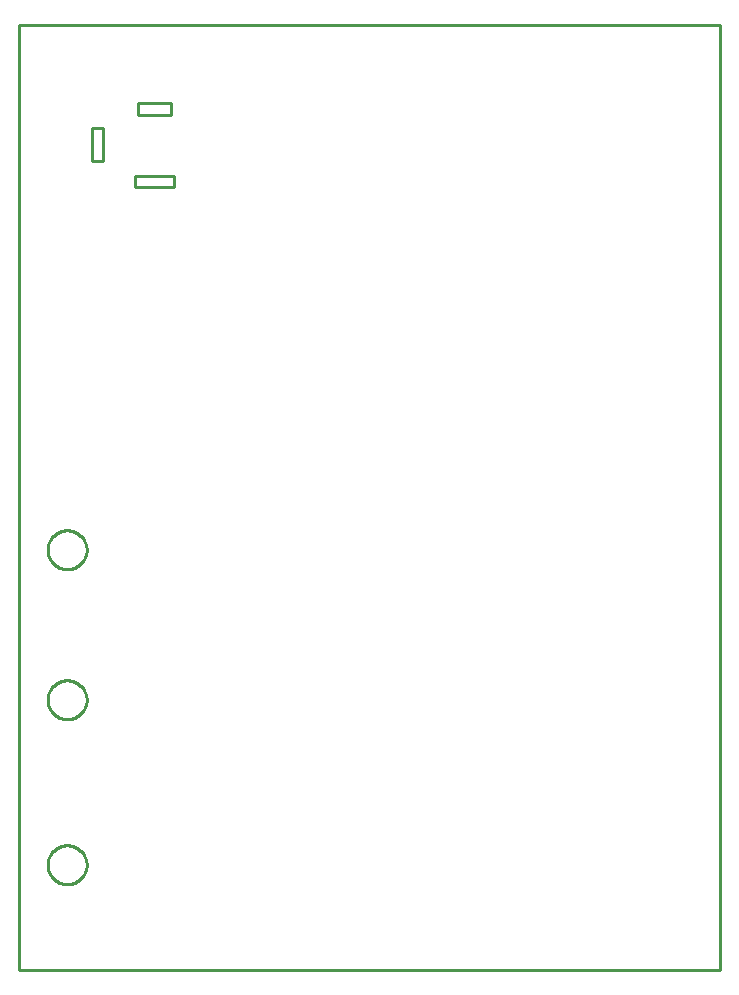
<source format=gbr>
G04 EAGLE Gerber RS-274X export*
G75*
%MOMM*%
%FSLAX34Y34*%
%LPD*%
%IN*%
%IPPOS*%
%AMOC8*
5,1,8,0,0,1.08239X$1,22.5*%
G01*
%ADD10C,0.254000*%


D10*
X0Y0D02*
X593600Y0D01*
X593600Y800000D01*
X0Y800000D01*
X0Y0D01*
X100300Y723500D02*
X128300Y723500D01*
X128300Y733500D01*
X100300Y733500D01*
X100300Y723500D01*
X97800Y662500D02*
X130800Y662500D01*
X130800Y672500D01*
X97800Y672500D01*
X97800Y662500D01*
X61300Y684500D02*
X71300Y684500D01*
X71300Y712500D01*
X61300Y712500D01*
X61300Y684500D01*
X41180Y105410D02*
X42259Y105339D01*
X43331Y105198D01*
X44391Y104987D01*
X45435Y104708D01*
X46459Y104360D01*
X47457Y103946D01*
X48427Y103468D01*
X49363Y102928D01*
X50262Y102327D01*
X51119Y101669D01*
X51932Y100957D01*
X52697Y100192D01*
X53409Y99379D01*
X54067Y98522D01*
X54668Y97623D01*
X55208Y96687D01*
X55686Y95717D01*
X56100Y94719D01*
X56448Y93695D01*
X56727Y92651D01*
X56938Y91591D01*
X57079Y90519D01*
X57150Y89440D01*
X57150Y88360D01*
X57079Y87281D01*
X56938Y86209D01*
X56727Y85149D01*
X56448Y84105D01*
X56100Y83081D01*
X55686Y82083D01*
X55208Y81113D01*
X54668Y80177D01*
X54067Y79278D01*
X53409Y78421D01*
X52697Y77608D01*
X51932Y76844D01*
X51119Y76131D01*
X50262Y75473D01*
X49363Y74872D01*
X48427Y74332D01*
X47457Y73854D01*
X46459Y73440D01*
X45435Y73092D01*
X44391Y72813D01*
X43331Y72602D01*
X42259Y72461D01*
X41180Y72390D01*
X40100Y72390D01*
X39021Y72461D01*
X37949Y72602D01*
X36889Y72813D01*
X35845Y73092D01*
X34821Y73440D01*
X33823Y73854D01*
X32853Y74332D01*
X31917Y74872D01*
X31018Y75473D01*
X30161Y76131D01*
X29348Y76844D01*
X28584Y77608D01*
X27871Y78421D01*
X27213Y79278D01*
X26612Y80177D01*
X26072Y81113D01*
X25594Y82083D01*
X25180Y83081D01*
X24832Y84105D01*
X24553Y85149D01*
X24342Y86209D01*
X24201Y87281D01*
X24130Y88360D01*
X24130Y89440D01*
X24201Y90519D01*
X24342Y91591D01*
X24553Y92651D01*
X24832Y93695D01*
X25180Y94719D01*
X25594Y95717D01*
X26072Y96687D01*
X26612Y97623D01*
X27213Y98522D01*
X27871Y99379D01*
X28584Y100192D01*
X29348Y100957D01*
X30161Y101669D01*
X31018Y102327D01*
X31917Y102928D01*
X32853Y103468D01*
X33823Y103946D01*
X34821Y104360D01*
X35845Y104708D01*
X36889Y104987D01*
X37949Y105198D01*
X39021Y105339D01*
X40100Y105410D01*
X41180Y105410D01*
X41180Y245110D02*
X42259Y245039D01*
X43331Y244898D01*
X44391Y244687D01*
X45435Y244408D01*
X46459Y244060D01*
X47457Y243646D01*
X48427Y243168D01*
X49363Y242628D01*
X50262Y242027D01*
X51119Y241369D01*
X51932Y240657D01*
X52697Y239892D01*
X53409Y239079D01*
X54067Y238222D01*
X54668Y237323D01*
X55208Y236387D01*
X55686Y235417D01*
X56100Y234419D01*
X56448Y233395D01*
X56727Y232351D01*
X56938Y231291D01*
X57079Y230219D01*
X57150Y229140D01*
X57150Y228060D01*
X57079Y226981D01*
X56938Y225909D01*
X56727Y224849D01*
X56448Y223805D01*
X56100Y222781D01*
X55686Y221783D01*
X55208Y220813D01*
X54668Y219877D01*
X54067Y218978D01*
X53409Y218121D01*
X52697Y217308D01*
X51932Y216544D01*
X51119Y215831D01*
X50262Y215173D01*
X49363Y214572D01*
X48427Y214032D01*
X47457Y213554D01*
X46459Y213140D01*
X45435Y212792D01*
X44391Y212513D01*
X43331Y212302D01*
X42259Y212161D01*
X41180Y212090D01*
X40100Y212090D01*
X39021Y212161D01*
X37949Y212302D01*
X36889Y212513D01*
X35845Y212792D01*
X34821Y213140D01*
X33823Y213554D01*
X32853Y214032D01*
X31917Y214572D01*
X31018Y215173D01*
X30161Y215831D01*
X29348Y216544D01*
X28584Y217308D01*
X27871Y218121D01*
X27213Y218978D01*
X26612Y219877D01*
X26072Y220813D01*
X25594Y221783D01*
X25180Y222781D01*
X24832Y223805D01*
X24553Y224849D01*
X24342Y225909D01*
X24201Y226981D01*
X24130Y228060D01*
X24130Y229140D01*
X24201Y230219D01*
X24342Y231291D01*
X24553Y232351D01*
X24832Y233395D01*
X25180Y234419D01*
X25594Y235417D01*
X26072Y236387D01*
X26612Y237323D01*
X27213Y238222D01*
X27871Y239079D01*
X28584Y239892D01*
X29348Y240657D01*
X30161Y241369D01*
X31018Y242027D01*
X31917Y242628D01*
X32853Y243168D01*
X33823Y243646D01*
X34821Y244060D01*
X35845Y244408D01*
X36889Y244687D01*
X37949Y244898D01*
X39021Y245039D01*
X40100Y245110D01*
X41180Y245110D01*
X41180Y372110D02*
X42259Y372039D01*
X43331Y371898D01*
X44391Y371687D01*
X45435Y371408D01*
X46459Y371060D01*
X47457Y370646D01*
X48427Y370168D01*
X49363Y369628D01*
X50262Y369027D01*
X51119Y368369D01*
X51932Y367657D01*
X52697Y366892D01*
X53409Y366079D01*
X54067Y365222D01*
X54668Y364323D01*
X55208Y363387D01*
X55686Y362417D01*
X56100Y361419D01*
X56448Y360395D01*
X56727Y359351D01*
X56938Y358291D01*
X57079Y357219D01*
X57150Y356140D01*
X57150Y355060D01*
X57079Y353981D01*
X56938Y352909D01*
X56727Y351849D01*
X56448Y350805D01*
X56100Y349781D01*
X55686Y348783D01*
X55208Y347813D01*
X54668Y346877D01*
X54067Y345978D01*
X53409Y345121D01*
X52697Y344308D01*
X51932Y343544D01*
X51119Y342831D01*
X50262Y342173D01*
X49363Y341572D01*
X48427Y341032D01*
X47457Y340554D01*
X46459Y340140D01*
X45435Y339792D01*
X44391Y339513D01*
X43331Y339302D01*
X42259Y339161D01*
X41180Y339090D01*
X40100Y339090D01*
X39021Y339161D01*
X37949Y339302D01*
X36889Y339513D01*
X35845Y339792D01*
X34821Y340140D01*
X33823Y340554D01*
X32853Y341032D01*
X31917Y341572D01*
X31018Y342173D01*
X30161Y342831D01*
X29348Y343544D01*
X28584Y344308D01*
X27871Y345121D01*
X27213Y345978D01*
X26612Y346877D01*
X26072Y347813D01*
X25594Y348783D01*
X25180Y349781D01*
X24832Y350805D01*
X24553Y351849D01*
X24342Y352909D01*
X24201Y353981D01*
X24130Y355060D01*
X24130Y356140D01*
X24201Y357219D01*
X24342Y358291D01*
X24553Y359351D01*
X24832Y360395D01*
X25180Y361419D01*
X25594Y362417D01*
X26072Y363387D01*
X26612Y364323D01*
X27213Y365222D01*
X27871Y366079D01*
X28584Y366892D01*
X29348Y367657D01*
X30161Y368369D01*
X31018Y369027D01*
X31917Y369628D01*
X32853Y370168D01*
X33823Y370646D01*
X34821Y371060D01*
X35845Y371408D01*
X36889Y371687D01*
X37949Y371898D01*
X39021Y372039D01*
X40100Y372110D01*
X41180Y372110D01*
M02*

</source>
